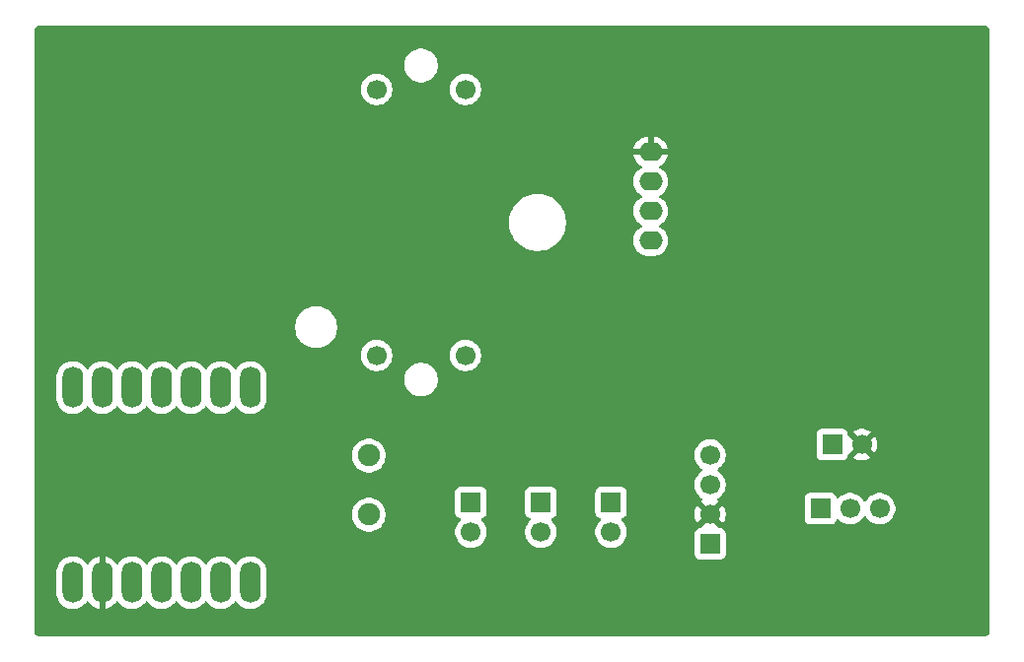
<source format=gbr>
%TF.GenerationSoftware,KiCad,Pcbnew,9.0.7*%
%TF.CreationDate,2026-02-02T22:52:16-08:00*%
%TF.ProjectId,TECHIN514 System Architecture Graph Lewis Liu,54454348-494e-4353-9134-205379737465,rev?*%
%TF.SameCoordinates,Original*%
%TF.FileFunction,Copper,L2,Bot*%
%TF.FilePolarity,Positive*%
%FSLAX46Y46*%
G04 Gerber Fmt 4.6, Leading zero omitted, Abs format (unit mm)*
G04 Created by KiCad (PCBNEW 9.0.7) date 2026-02-02 22:52:16*
%MOMM*%
%LPD*%
G01*
G04 APERTURE LIST*
%TA.AperFunction,ComponentPad*%
%ADD10O,2.000000X1.600000*%
%TD*%
%TA.AperFunction,ComponentPad*%
%ADD11C,1.700000*%
%TD*%
%TA.AperFunction,ComponentPad*%
%ADD12R,1.700000X1.700000*%
%TD*%
%TA.AperFunction,ComponentPad*%
%ADD13O,1.778000X3.556000*%
%TD*%
%TA.AperFunction,ComponentPad*%
%ADD14C,1.905000*%
%TD*%
G04 APERTURE END LIST*
D10*
%TO.P,Brd1,1,GND*%
%TO.N,GND*%
X133400000Y-62880000D03*
%TO.P,Brd1,2,VCC*%
%TO.N,+3.3V*%
X133400000Y-65420000D03*
%TO.P,Brd1,3,SCL*%
%TO.N,Net-(Brd1-SCL)*%
X133400000Y-67960000D03*
%TO.P,Brd1,4,SDA*%
%TO.N,Net-(Brd1-SDA)*%
X133400000Y-70500000D03*
%TD*%
D11*
%TO.P,M1,1*%
%TO.N,Net-(U4-GPIO2_A1_D1)*%
X117500000Y-57500000D03*
%TO.P,M1,2,-*%
%TO.N,Net-(M1--)*%
X109880000Y-57500000D03*
%TO.P,M1,3*%
%TO.N,Net-(U4-GPIO3_A2_D2)*%
X109880000Y-80360000D03*
%TO.P,M1,4*%
%TO.N,Net-(U4-GPIO4_A3_D3)*%
X117500000Y-80360000D03*
%TD*%
D12*
%TO.P,BT1,1,+*%
%TO.N,/BAT*%
X148975000Y-88025000D03*
D11*
%TO.P,BT1,2,-*%
%TO.N,GND*%
X151515000Y-88025000D03*
%TD*%
D12*
%TO.P,SW2,1,1*%
%TO.N,Net-(U4-GPIO7_A8_D8_SCK)*%
X123975000Y-93000000D03*
D11*
%TO.P,SW2,2,2*%
%TO.N,+3.3V*%
X123975000Y-95540000D03*
%TD*%
D12*
%TO.P,SW1,1,1*%
%TO.N,Net-(U4-GPIO9_A10_D10_COPI)*%
X130000000Y-93000000D03*
D11*
%TO.P,SW1,2,2*%
%TO.N,+3.3V*%
X130000000Y-95540000D03*
%TD*%
D12*
%TO.P,SW3,1,1*%
%TO.N,Net-(U4-GPIO8_A9_D9_CIPO)*%
X117975000Y-93000000D03*
D11*
%TO.P,SW3,2,2*%
%TO.N,+3.3V*%
X117975000Y-95540000D03*
%TD*%
D13*
%TO.P,U4,1,GPIO1_A0_D0*%
%TO.N,Net-(M1--)*%
X83800000Y-83118000D03*
%TO.P,U4,2,GPIO2_A1_D1*%
%TO.N,Net-(U4-GPIO2_A1_D1)*%
X86340000Y-83118000D03*
%TO.P,U4,3,GPIO3_A2_D2*%
%TO.N,Net-(U4-GPIO3_A2_D2)*%
X88880000Y-83118000D03*
%TO.P,U4,4,GPIO4_A3_D3*%
%TO.N,Net-(U4-GPIO4_A3_D3)*%
X91420000Y-83118000D03*
%TO.P,U4,5,GPIO4_A3_D3_SDA*%
%TO.N,Net-(Brd1-SDA)*%
X93960000Y-83118000D03*
%TO.P,U4,6,GPIO6_A5_D5_SCL*%
%TO.N,Net-(Brd1-SCL)*%
X96500000Y-83118000D03*
%TO.P,U4,7,GPIO43_TX_D6*%
%TO.N,Net-(D1-DIN)*%
X99040000Y-83118000D03*
%TO.P,U4,8,GPIO44_D7_RX*%
%TO.N,unconnected-(U4-GPIO44_D7_RX-Pad8)*%
X99040000Y-99882000D03*
%TO.P,U4,9,GPIO7_A8_D8_SCK*%
%TO.N,Net-(U4-GPIO7_A8_D8_SCK)*%
X96500000Y-99882000D03*
%TO.P,U4,10,GPIO8_A9_D9_CIPO*%
%TO.N,Net-(U4-GPIO8_A9_D9_CIPO)*%
X93960000Y-99882000D03*
%TO.P,U4,11,GPIO9_A10_D10_COPI*%
%TO.N,Net-(U4-GPIO9_A10_D10_COPI)*%
X91420000Y-99882000D03*
%TO.P,U4,12,3V3*%
%TO.N,+3.3V*%
X88880000Y-99882000D03*
%TO.P,U4,13,GND*%
%TO.N,GND*%
X86340000Y-99882000D03*
%TO.P,U4,14,5V*%
%TO.N,/VCC*%
X83800000Y-99882000D03*
D14*
%TO.P,U4,15,+BATT*%
%TO.N,unconnected-(U4-+BATT-Pad15)*%
X109200000Y-88960000D03*
%TO.P,U4,16,-BATT*%
%TO.N,unconnected-(U4--BATT-Pad16)*%
X109200000Y-94040000D03*
%TD*%
D12*
%TO.P,SW4,1,A*%
%TO.N,unconnected-(SW4-A-Pad1)*%
X147975000Y-93525000D03*
D11*
%TO.P,SW4,2,B*%
%TO.N,/BAT*%
X150515000Y-93525000D03*
%TO.P,SW4,3,C*%
%TO.N,/VCC*%
X153055000Y-93525000D03*
%TD*%
D12*
%TO.P,D1,1,DOUT*%
%TO.N,unconnected-(D1-DOUT-Pad1)*%
X138500000Y-96540000D03*
D11*
%TO.P,D1,2,GND*%
%TO.N,GND*%
X138500000Y-94000000D03*
%TO.P,D1,3,VDD*%
%TO.N,+3.3V*%
X138500000Y-91460000D03*
%TO.P,D1,4,DIN*%
%TO.N,Net-(D1-DIN)*%
X138500000Y-88920000D03*
%TD*%
%TA.AperFunction,Conductor*%
%TO.N,GND*%
G36*
X162006922Y-52001280D02*
G01*
X162097266Y-52011459D01*
X162124331Y-52017636D01*
X162203540Y-52045352D01*
X162228553Y-52057398D01*
X162299606Y-52102043D01*
X162321313Y-52119355D01*
X162380644Y-52178686D01*
X162397957Y-52200395D01*
X162442600Y-52271444D01*
X162454648Y-52296462D01*
X162482362Y-52375666D01*
X162488540Y-52402735D01*
X162498720Y-52493076D01*
X162499500Y-52506961D01*
X162499500Y-103993038D01*
X162498720Y-104006922D01*
X162498720Y-104006923D01*
X162488540Y-104097264D01*
X162482362Y-104124333D01*
X162454648Y-104203537D01*
X162442600Y-104228555D01*
X162397957Y-104299604D01*
X162380644Y-104321313D01*
X162321313Y-104380644D01*
X162299604Y-104397957D01*
X162228555Y-104442600D01*
X162203537Y-104454648D01*
X162124333Y-104482362D01*
X162097264Y-104488540D01*
X162017075Y-104497576D01*
X162006921Y-104498720D01*
X161993038Y-104499500D01*
X81006962Y-104499500D01*
X80993078Y-104498720D01*
X80980553Y-104497308D01*
X80902735Y-104488540D01*
X80875666Y-104482362D01*
X80796462Y-104454648D01*
X80771444Y-104442600D01*
X80700395Y-104397957D01*
X80678686Y-104380644D01*
X80619355Y-104321313D01*
X80602042Y-104299604D01*
X80557399Y-104228555D01*
X80545351Y-104203537D01*
X80517637Y-104124333D01*
X80511459Y-104097263D01*
X80501280Y-104006922D01*
X80500500Y-103993038D01*
X80500500Y-98883638D01*
X82410500Y-98883638D01*
X82410500Y-100880361D01*
X82444714Y-101096376D01*
X82512297Y-101304380D01*
X82512298Y-101304383D01*
X82579782Y-101436825D01*
X82599722Y-101475960D01*
X82611595Y-101499260D01*
X82740142Y-101676193D01*
X82894806Y-101830857D01*
X83060374Y-101951147D01*
X83071743Y-101959407D01*
X83199132Y-102024315D01*
X83266616Y-102058701D01*
X83266619Y-102058702D01*
X83370621Y-102092493D01*
X83474625Y-102126286D01*
X83574672Y-102142132D01*
X83690639Y-102160500D01*
X83690644Y-102160500D01*
X83909361Y-102160500D01*
X84014082Y-102143912D01*
X84125375Y-102126286D01*
X84333383Y-102058701D01*
X84528257Y-101959407D01*
X84627601Y-101887229D01*
X84705193Y-101830857D01*
X84705195Y-101830854D01*
X84705199Y-101830852D01*
X84859852Y-101676199D01*
X84969991Y-101524603D01*
X85025320Y-101481939D01*
X85094933Y-101475960D01*
X85156729Y-101508565D01*
X85170627Y-101524605D01*
X85280524Y-101675866D01*
X85280528Y-101675871D01*
X85435128Y-101830471D01*
X85435133Y-101830475D01*
X85612001Y-101958976D01*
X85806808Y-102058237D01*
X85806811Y-102058238D01*
X86014739Y-102125797D01*
X86089999Y-102137717D01*
X86090000Y-102137717D01*
X86090000Y-99562251D01*
X86143919Y-99593381D01*
X86273120Y-99628000D01*
X86406880Y-99628000D01*
X86536081Y-99593381D01*
X86590000Y-99562251D01*
X86590000Y-102137717D01*
X86665258Y-102125797D01*
X86665261Y-102125797D01*
X86873188Y-102058238D01*
X86873191Y-102058237D01*
X87067998Y-101958976D01*
X87244866Y-101830475D01*
X87244871Y-101830471D01*
X87399469Y-101675873D01*
X87509371Y-101524605D01*
X87564701Y-101481939D01*
X87634314Y-101475960D01*
X87696110Y-101508565D01*
X87710008Y-101524605D01*
X87820142Y-101676192D01*
X87820146Y-101676197D01*
X87974806Y-101830857D01*
X88140374Y-101951147D01*
X88151743Y-101959407D01*
X88279132Y-102024315D01*
X88346616Y-102058701D01*
X88346619Y-102058702D01*
X88450621Y-102092493D01*
X88554625Y-102126286D01*
X88654672Y-102142132D01*
X88770639Y-102160500D01*
X88770644Y-102160500D01*
X88989361Y-102160500D01*
X89094082Y-102143912D01*
X89205375Y-102126286D01*
X89413383Y-102058701D01*
X89608257Y-101959407D01*
X89707601Y-101887229D01*
X89785193Y-101830857D01*
X89785195Y-101830854D01*
X89785199Y-101830852D01*
X89939852Y-101676199D01*
X90049683Y-101525028D01*
X90105011Y-101482364D01*
X90174624Y-101476385D01*
X90236420Y-101508990D01*
X90250313Y-101525023D01*
X90359906Y-101675866D01*
X90360148Y-101676199D01*
X90514806Y-101830857D01*
X90680374Y-101951147D01*
X90691743Y-101959407D01*
X90819132Y-102024315D01*
X90886616Y-102058701D01*
X90886619Y-102058702D01*
X90990621Y-102092493D01*
X91094625Y-102126286D01*
X91194672Y-102142132D01*
X91310639Y-102160500D01*
X91310644Y-102160500D01*
X91529361Y-102160500D01*
X91634082Y-102143912D01*
X91745375Y-102126286D01*
X91953383Y-102058701D01*
X92148257Y-101959407D01*
X92247601Y-101887229D01*
X92325193Y-101830857D01*
X92325195Y-101830854D01*
X92325199Y-101830852D01*
X92479852Y-101676199D01*
X92589683Y-101525028D01*
X92645011Y-101482364D01*
X92714624Y-101476385D01*
X92776420Y-101508990D01*
X92790313Y-101525023D01*
X92899906Y-101675866D01*
X92900148Y-101676199D01*
X93054806Y-101830857D01*
X93220374Y-101951147D01*
X93231743Y-101959407D01*
X93359132Y-102024315D01*
X93426616Y-102058701D01*
X93426619Y-102058702D01*
X93530621Y-102092493D01*
X93634625Y-102126286D01*
X93734672Y-102142132D01*
X93850639Y-102160500D01*
X93850644Y-102160500D01*
X94069361Y-102160500D01*
X94174082Y-102143912D01*
X94285375Y-102126286D01*
X94493383Y-102058701D01*
X94688257Y-101959407D01*
X94787601Y-101887229D01*
X94865193Y-101830857D01*
X94865195Y-101830854D01*
X94865199Y-101830852D01*
X95019852Y-101676199D01*
X95129683Y-101525028D01*
X95185011Y-101482364D01*
X95254624Y-101476385D01*
X95316420Y-101508990D01*
X95330313Y-101525023D01*
X95439906Y-101675866D01*
X95440148Y-101676199D01*
X95594806Y-101830857D01*
X95760374Y-101951147D01*
X95771743Y-101959407D01*
X95899132Y-102024315D01*
X95966616Y-102058701D01*
X95966619Y-102058702D01*
X96070621Y-102092493D01*
X96174625Y-102126286D01*
X96274672Y-102142132D01*
X96390639Y-102160500D01*
X96390644Y-102160500D01*
X96609361Y-102160500D01*
X96714082Y-102143912D01*
X96825375Y-102126286D01*
X97033383Y-102058701D01*
X97228257Y-101959407D01*
X97327601Y-101887229D01*
X97405193Y-101830857D01*
X97405195Y-101830854D01*
X97405199Y-101830852D01*
X97559852Y-101676199D01*
X97669683Y-101525028D01*
X97725011Y-101482364D01*
X97794624Y-101476385D01*
X97856420Y-101508990D01*
X97870313Y-101525023D01*
X97979906Y-101675866D01*
X97980148Y-101676199D01*
X98134806Y-101830857D01*
X98300374Y-101951147D01*
X98311743Y-101959407D01*
X98439132Y-102024315D01*
X98506616Y-102058701D01*
X98506619Y-102058702D01*
X98610621Y-102092493D01*
X98714625Y-102126286D01*
X98814672Y-102142132D01*
X98930639Y-102160500D01*
X98930644Y-102160500D01*
X99149361Y-102160500D01*
X99254082Y-102143912D01*
X99365375Y-102126286D01*
X99573383Y-102058701D01*
X99768257Y-101959407D01*
X99867601Y-101887229D01*
X99945193Y-101830857D01*
X99945195Y-101830854D01*
X99945199Y-101830852D01*
X100099852Y-101676199D01*
X100099854Y-101676195D01*
X100099857Y-101676193D01*
X100156229Y-101598601D01*
X100228407Y-101499257D01*
X100327701Y-101304383D01*
X100395286Y-101096375D01*
X100412912Y-100985082D01*
X100429500Y-100880361D01*
X100429500Y-98883638D01*
X100409595Y-98757971D01*
X100395286Y-98667625D01*
X100327701Y-98459617D01*
X100327701Y-98459616D01*
X100293315Y-98392132D01*
X100228407Y-98264743D01*
X100209681Y-98238969D01*
X100099857Y-98087806D01*
X99945193Y-97933142D01*
X99768260Y-97804595D01*
X99768259Y-97804594D01*
X99768257Y-97804593D01*
X99656299Y-97747547D01*
X99573383Y-97705298D01*
X99573380Y-97705297D01*
X99365376Y-97637714D01*
X99149361Y-97603500D01*
X99149356Y-97603500D01*
X98930644Y-97603500D01*
X98930639Y-97603500D01*
X98714623Y-97637714D01*
X98506619Y-97705297D01*
X98506616Y-97705298D01*
X98311739Y-97804595D01*
X98134806Y-97933142D01*
X97980142Y-98087806D01*
X97870318Y-98238969D01*
X97814989Y-98281635D01*
X97745375Y-98287614D01*
X97683580Y-98255009D01*
X97669682Y-98238969D01*
X97559857Y-98087806D01*
X97405193Y-97933142D01*
X97228260Y-97804595D01*
X97228259Y-97804594D01*
X97228257Y-97804593D01*
X97116299Y-97747547D01*
X97033383Y-97705298D01*
X97033380Y-97705297D01*
X96825376Y-97637714D01*
X96609361Y-97603500D01*
X96609356Y-97603500D01*
X96390644Y-97603500D01*
X96390639Y-97603500D01*
X96174623Y-97637714D01*
X95966619Y-97705297D01*
X95966616Y-97705298D01*
X95771739Y-97804595D01*
X95594806Y-97933142D01*
X95440142Y-98087806D01*
X95330318Y-98238969D01*
X95274989Y-98281635D01*
X95205375Y-98287614D01*
X95143580Y-98255009D01*
X95129682Y-98238969D01*
X95019857Y-98087806D01*
X94865193Y-97933142D01*
X94688260Y-97804595D01*
X94688259Y-97804594D01*
X94688257Y-97804593D01*
X94576299Y-97747547D01*
X94493383Y-97705298D01*
X94493380Y-97705297D01*
X94285376Y-97637714D01*
X94069361Y-97603500D01*
X94069356Y-97603500D01*
X93850644Y-97603500D01*
X93850639Y-97603500D01*
X93634623Y-97637714D01*
X93426619Y-97705297D01*
X93426616Y-97705298D01*
X93231739Y-97804595D01*
X93054806Y-97933142D01*
X92900142Y-98087806D01*
X92790318Y-98238969D01*
X92734989Y-98281635D01*
X92665375Y-98287614D01*
X92603580Y-98255009D01*
X92589682Y-98238969D01*
X92479857Y-98087806D01*
X92325193Y-97933142D01*
X92148260Y-97804595D01*
X92148259Y-97804594D01*
X92148257Y-97804593D01*
X92036299Y-97747547D01*
X91953383Y-97705298D01*
X91953380Y-97705297D01*
X91745376Y-97637714D01*
X91529361Y-97603500D01*
X91529356Y-97603500D01*
X91310644Y-97603500D01*
X91310639Y-97603500D01*
X91094623Y-97637714D01*
X90886619Y-97705297D01*
X90886616Y-97705298D01*
X90691739Y-97804595D01*
X90514806Y-97933142D01*
X90360142Y-98087806D01*
X90250318Y-98238969D01*
X90194989Y-98281635D01*
X90125375Y-98287614D01*
X90063580Y-98255009D01*
X90049682Y-98238969D01*
X89939857Y-98087806D01*
X89785193Y-97933142D01*
X89608260Y-97804595D01*
X89608259Y-97804594D01*
X89608257Y-97804593D01*
X89496299Y-97747547D01*
X89413383Y-97705298D01*
X89413380Y-97705297D01*
X89205376Y-97637714D01*
X88989361Y-97603500D01*
X88989356Y-97603500D01*
X88770644Y-97603500D01*
X88770639Y-97603500D01*
X88554623Y-97637714D01*
X88346619Y-97705297D01*
X88346616Y-97705298D01*
X88151739Y-97804595D01*
X87974806Y-97933142D01*
X87820146Y-98087802D01*
X87820142Y-98087807D01*
X87710008Y-98239394D01*
X87654678Y-98282060D01*
X87585065Y-98288039D01*
X87523270Y-98255433D01*
X87509372Y-98239394D01*
X87399475Y-98088133D01*
X87399471Y-98088128D01*
X87244871Y-97933528D01*
X87244866Y-97933524D01*
X87067998Y-97805023D01*
X86873191Y-97705762D01*
X86873188Y-97705761D01*
X86665258Y-97638201D01*
X86590000Y-97626281D01*
X86590000Y-98677748D01*
X86536081Y-98646619D01*
X86406880Y-98612000D01*
X86273120Y-98612000D01*
X86143919Y-98646619D01*
X86090000Y-98677748D01*
X86090000Y-97626281D01*
X86014741Y-97638201D01*
X85806811Y-97705761D01*
X85806808Y-97705762D01*
X85612001Y-97805023D01*
X85435133Y-97933524D01*
X85435128Y-97933528D01*
X85280528Y-98088128D01*
X85280524Y-98088133D01*
X85170627Y-98239394D01*
X85115297Y-98282060D01*
X85045684Y-98288039D01*
X84983889Y-98255433D01*
X84969991Y-98239394D01*
X84859857Y-98087807D01*
X84859853Y-98087802D01*
X84705193Y-97933142D01*
X84528260Y-97804595D01*
X84528259Y-97804594D01*
X84528257Y-97804593D01*
X84416299Y-97747547D01*
X84333383Y-97705298D01*
X84333380Y-97705297D01*
X84125376Y-97637714D01*
X83909361Y-97603500D01*
X83909356Y-97603500D01*
X83690644Y-97603500D01*
X83690639Y-97603500D01*
X83474623Y-97637714D01*
X83266619Y-97705297D01*
X83266616Y-97705298D01*
X83071739Y-97804595D01*
X82894806Y-97933142D01*
X82740142Y-98087806D01*
X82611595Y-98264739D01*
X82512298Y-98459616D01*
X82512297Y-98459619D01*
X82444714Y-98667623D01*
X82410500Y-98883638D01*
X80500500Y-98883638D01*
X80500500Y-93925646D01*
X107747000Y-93925646D01*
X107747000Y-94154354D01*
X107753120Y-94192993D01*
X107782778Y-94380246D01*
X107782778Y-94380249D01*
X107853450Y-94597755D01*
X107957283Y-94801538D01*
X108091714Y-94986566D01*
X108253434Y-95148286D01*
X108438462Y-95282717D01*
X108642242Y-95386548D01*
X108642244Y-95386549D01*
X108859751Y-95457221D01*
X108859752Y-95457221D01*
X108859755Y-95457222D01*
X109085646Y-95493000D01*
X109085647Y-95493000D01*
X109314353Y-95493000D01*
X109314354Y-95493000D01*
X109540245Y-95457222D01*
X109540248Y-95457221D01*
X109540249Y-95457221D01*
X109757755Y-95386549D01*
X109757755Y-95386548D01*
X109757758Y-95386548D01*
X109961538Y-95282717D01*
X110146566Y-95148286D01*
X110308286Y-94986566D01*
X110442717Y-94801538D01*
X110546548Y-94597758D01*
X110546549Y-94597755D01*
X110617221Y-94380249D01*
X110617221Y-94380248D01*
X110617222Y-94380245D01*
X110653000Y-94154354D01*
X110653000Y-93925646D01*
X110617222Y-93699755D01*
X110617221Y-93699751D01*
X110617221Y-93699750D01*
X110546549Y-93482244D01*
X110514178Y-93418713D01*
X110442717Y-93278462D01*
X110308286Y-93093434D01*
X110146566Y-92931714D01*
X109961538Y-92797283D01*
X109922213Y-92777246D01*
X109757755Y-92693450D01*
X109540248Y-92622778D01*
X109365236Y-92595059D01*
X109314354Y-92587000D01*
X109085646Y-92587000D01*
X109034764Y-92595059D01*
X108859753Y-92622778D01*
X108859750Y-92622778D01*
X108642244Y-92693450D01*
X108438461Y-92797283D01*
X108372262Y-92845380D01*
X108253434Y-92931714D01*
X108253432Y-92931716D01*
X108253431Y-92931716D01*
X108091716Y-93093431D01*
X108091716Y-93093432D01*
X108091714Y-93093434D01*
X108033980Y-93172896D01*
X107957283Y-93278461D01*
X107853450Y-93482244D01*
X107782778Y-93699750D01*
X107782778Y-93699753D01*
X107782778Y-93699755D01*
X107747000Y-93925646D01*
X80500500Y-93925646D01*
X80500500Y-92102135D01*
X116624500Y-92102135D01*
X116624500Y-93897870D01*
X116624501Y-93897876D01*
X116630908Y-93957483D01*
X116681202Y-94092328D01*
X116681206Y-94092335D01*
X116767452Y-94207544D01*
X116767455Y-94207547D01*
X116882664Y-94293793D01*
X116882671Y-94293797D01*
X117014082Y-94342810D01*
X117070016Y-94384681D01*
X117094433Y-94450145D01*
X117079582Y-94518418D01*
X117058431Y-94546673D01*
X116944889Y-94660215D01*
X116819951Y-94832179D01*
X116723444Y-95021585D01*
X116657753Y-95223760D01*
X116624500Y-95433713D01*
X116624500Y-95646286D01*
X116657753Y-95856239D01*
X116723444Y-96058414D01*
X116819951Y-96247820D01*
X116944890Y-96419786D01*
X117095213Y-96570109D01*
X117267179Y-96695048D01*
X117267181Y-96695049D01*
X117267184Y-96695051D01*
X117456588Y-96791557D01*
X117658757Y-96857246D01*
X117868713Y-96890500D01*
X117868714Y-96890500D01*
X118081286Y-96890500D01*
X118081287Y-96890500D01*
X118291243Y-96857246D01*
X118493412Y-96791557D01*
X118682816Y-96695051D01*
X118704789Y-96679086D01*
X118854786Y-96570109D01*
X118854788Y-96570106D01*
X118854792Y-96570104D01*
X119005104Y-96419792D01*
X119005106Y-96419788D01*
X119005109Y-96419786D01*
X119130048Y-96247820D01*
X119130047Y-96247820D01*
X119130051Y-96247816D01*
X119226557Y-96058412D01*
X119292246Y-95856243D01*
X119325500Y-95646287D01*
X119325500Y-95433713D01*
X119292246Y-95223757D01*
X119226557Y-95021588D01*
X119130051Y-94832184D01*
X119130049Y-94832181D01*
X119130048Y-94832179D01*
X119005109Y-94660213D01*
X118891569Y-94546673D01*
X118858084Y-94485350D01*
X118863068Y-94415658D01*
X118904940Y-94359725D01*
X118935915Y-94342810D01*
X119067331Y-94293796D01*
X119182546Y-94207546D01*
X119268796Y-94092331D01*
X119319091Y-93957483D01*
X119325500Y-93897873D01*
X119325499Y-92102135D01*
X122624500Y-92102135D01*
X122624500Y-93897870D01*
X122624501Y-93897876D01*
X122630908Y-93957483D01*
X122681202Y-94092328D01*
X122681206Y-94092335D01*
X122767452Y-94207544D01*
X122767455Y-94207547D01*
X122882664Y-94293793D01*
X122882671Y-94293797D01*
X123014082Y-94342810D01*
X123070016Y-94384681D01*
X123094433Y-94450145D01*
X123079582Y-94518418D01*
X123058431Y-94546673D01*
X122944889Y-94660215D01*
X122819951Y-94832179D01*
X122723444Y-95021585D01*
X122657753Y-95223760D01*
X122624500Y-95433713D01*
X122624500Y-95646286D01*
X122657753Y-95856239D01*
X122723444Y-96058414D01*
X122819951Y-96247820D01*
X122944890Y-96419786D01*
X123095213Y-96570109D01*
X123267179Y-96695048D01*
X123267181Y-96695049D01*
X123267184Y-96695051D01*
X123456588Y-96791557D01*
X123658757Y-96857246D01*
X123868713Y-96890500D01*
X123868714Y-96890500D01*
X124081286Y-96890500D01*
X124081287Y-96890500D01*
X124291243Y-96857246D01*
X124493412Y-96791557D01*
X124682816Y-96695051D01*
X124704789Y-96679086D01*
X124854786Y-96570109D01*
X124854788Y-96570106D01*
X124854792Y-96570104D01*
X125005104Y-96419792D01*
X125005106Y-96419788D01*
X125005109Y-96419786D01*
X125130048Y-96247820D01*
X125130047Y-96247820D01*
X125130051Y-96247816D01*
X125226557Y-96058412D01*
X125292246Y-95856243D01*
X125325500Y-95646287D01*
X125325500Y-95433713D01*
X125292246Y-95223757D01*
X125226557Y-95021588D01*
X125130051Y-94832184D01*
X125130049Y-94832181D01*
X125130048Y-94832179D01*
X125005109Y-94660213D01*
X124891569Y-94546673D01*
X124858084Y-94485350D01*
X124863068Y-94415658D01*
X124904940Y-94359725D01*
X124935915Y-94342810D01*
X125067331Y-94293796D01*
X125182546Y-94207546D01*
X125268796Y-94092331D01*
X125319091Y-93957483D01*
X125325500Y-93897873D01*
X125325499Y-92102135D01*
X128649500Y-92102135D01*
X128649500Y-93897870D01*
X128649501Y-93897876D01*
X128655908Y-93957483D01*
X128706202Y-94092328D01*
X128706206Y-94092335D01*
X128792452Y-94207544D01*
X128792455Y-94207547D01*
X128907664Y-94293793D01*
X128907671Y-94293797D01*
X129039082Y-94342810D01*
X129095016Y-94384681D01*
X129119433Y-94450145D01*
X129104582Y-94518418D01*
X129083431Y-94546673D01*
X128969889Y-94660215D01*
X128844951Y-94832179D01*
X128748444Y-95021585D01*
X128682753Y-95223760D01*
X128649500Y-95433713D01*
X128649500Y-95646286D01*
X128682753Y-95856239D01*
X128748444Y-96058414D01*
X128844951Y-96247820D01*
X128969890Y-96419786D01*
X129120213Y-96570109D01*
X129292179Y-96695048D01*
X129292181Y-96695049D01*
X129292184Y-96695051D01*
X129481588Y-96791557D01*
X129683757Y-96857246D01*
X129893713Y-96890500D01*
X129893714Y-96890500D01*
X130106286Y-96890500D01*
X130106287Y-96890500D01*
X130316243Y-96857246D01*
X130518412Y-96791557D01*
X130707816Y-96695051D01*
X130729789Y-96679086D01*
X130879786Y-96570109D01*
X130879788Y-96570106D01*
X130879792Y-96570104D01*
X131030104Y-96419792D01*
X131030106Y-96419788D01*
X131030109Y-96419786D01*
X131155048Y-96247820D01*
X131155047Y-96247820D01*
X131155051Y-96247816D01*
X131251557Y-96058412D01*
X131317246Y-95856243D01*
X131350500Y-95646287D01*
X131350500Y-95433713D01*
X131317246Y-95223757D01*
X131251557Y-95021588D01*
X131155051Y-94832184D01*
X131155049Y-94832181D01*
X131155048Y-94832179D01*
X131030109Y-94660213D01*
X130916569Y-94546673D01*
X130883084Y-94485350D01*
X130888068Y-94415658D01*
X130929940Y-94359725D01*
X130960915Y-94342810D01*
X131092331Y-94293796D01*
X131207546Y-94207546D01*
X131293796Y-94092331D01*
X131344091Y-93957483D01*
X131350500Y-93897873D01*
X131350499Y-92102128D01*
X131344091Y-92042517D01*
X131320181Y-91978412D01*
X131293797Y-91907671D01*
X131293793Y-91907664D01*
X131207547Y-91792455D01*
X131207544Y-91792452D01*
X131092335Y-91706206D01*
X131092328Y-91706202D01*
X130957482Y-91655908D01*
X130957483Y-91655908D01*
X130897883Y-91649501D01*
X130897881Y-91649500D01*
X130897873Y-91649500D01*
X130897864Y-91649500D01*
X129102129Y-91649500D01*
X129102123Y-91649501D01*
X129042516Y-91655908D01*
X128907671Y-91706202D01*
X128907664Y-91706206D01*
X128792455Y-91792452D01*
X128792452Y-91792455D01*
X128706206Y-91907664D01*
X128706202Y-91907671D01*
X128655908Y-92042517D01*
X128649501Y-92102116D01*
X128649501Y-92102123D01*
X128649500Y-92102135D01*
X125325499Y-92102135D01*
X125325499Y-92102128D01*
X125319091Y-92042517D01*
X125295181Y-91978412D01*
X125268797Y-91907671D01*
X125268793Y-91907664D01*
X125182547Y-91792455D01*
X125182544Y-91792452D01*
X125067335Y-91706206D01*
X125067328Y-91706202D01*
X124932482Y-91655908D01*
X124932483Y-91655908D01*
X124872883Y-91649501D01*
X124872881Y-91649500D01*
X124872873Y-91649500D01*
X124872864Y-91649500D01*
X123077129Y-91649500D01*
X123077123Y-91649501D01*
X123017516Y-91655908D01*
X122882671Y-91706202D01*
X122882664Y-91706206D01*
X122767455Y-91792452D01*
X122767452Y-91792455D01*
X122681206Y-91907664D01*
X122681202Y-91907671D01*
X122630908Y-92042517D01*
X122624501Y-92102116D01*
X122624501Y-92102123D01*
X122624500Y-92102135D01*
X119325499Y-92102135D01*
X119325499Y-92102128D01*
X119319091Y-92042517D01*
X119295181Y-91978412D01*
X119268797Y-91907671D01*
X119268793Y-91907664D01*
X119182547Y-91792455D01*
X119182544Y-91792452D01*
X119067335Y-91706206D01*
X119067328Y-91706202D01*
X118932482Y-91655908D01*
X118932483Y-91655908D01*
X118872883Y-91649501D01*
X118872881Y-91649500D01*
X118872873Y-91649500D01*
X118872864Y-91649500D01*
X117077129Y-91649500D01*
X117077123Y-91649501D01*
X117017516Y-91655908D01*
X116882671Y-91706202D01*
X116882664Y-91706206D01*
X116767455Y-91792452D01*
X116767452Y-91792455D01*
X116681206Y-91907664D01*
X116681202Y-91907671D01*
X116630908Y-92042517D01*
X116624501Y-92102116D01*
X116624501Y-92102123D01*
X116624500Y-92102135D01*
X80500500Y-92102135D01*
X80500500Y-88845646D01*
X107747000Y-88845646D01*
X107747000Y-89074354D01*
X107753807Y-89117331D01*
X107782778Y-89300246D01*
X107782778Y-89300249D01*
X107853450Y-89517755D01*
X107853452Y-89517758D01*
X107957283Y-89721538D01*
X108091714Y-89906566D01*
X108253434Y-90068286D01*
X108438462Y-90202717D01*
X108630341Y-90300484D01*
X108642244Y-90306549D01*
X108859751Y-90377221D01*
X108859752Y-90377221D01*
X108859755Y-90377222D01*
X109085646Y-90413000D01*
X109085647Y-90413000D01*
X109314353Y-90413000D01*
X109314354Y-90413000D01*
X109540245Y-90377222D01*
X109540248Y-90377221D01*
X109540249Y-90377221D01*
X109757755Y-90306549D01*
X109757755Y-90306548D01*
X109757758Y-90306548D01*
X109961538Y-90202717D01*
X110146566Y-90068286D01*
X110308286Y-89906566D01*
X110442717Y-89721538D01*
X110546548Y-89517758D01*
X110611194Y-89318797D01*
X110617221Y-89300249D01*
X110617221Y-89300248D01*
X110617222Y-89300245D01*
X110653000Y-89074354D01*
X110653000Y-88845646D01*
X110649673Y-88824643D01*
X110647942Y-88813713D01*
X137149500Y-88813713D01*
X137149500Y-89026286D01*
X137182168Y-89232547D01*
X137182754Y-89236243D01*
X137228001Y-89375499D01*
X137248444Y-89438414D01*
X137344951Y-89627820D01*
X137469890Y-89799786D01*
X137620213Y-89950109D01*
X137792182Y-90075050D01*
X137800946Y-90079516D01*
X137851742Y-90127491D01*
X137868536Y-90195312D01*
X137845998Y-90261447D01*
X137800946Y-90300484D01*
X137792182Y-90304949D01*
X137620213Y-90429890D01*
X137469890Y-90580213D01*
X137344951Y-90752179D01*
X137248444Y-90941585D01*
X137182753Y-91143760D01*
X137149500Y-91353713D01*
X137149500Y-91566286D01*
X137171660Y-91706202D01*
X137182754Y-91776243D01*
X137225455Y-91907664D01*
X137248444Y-91978414D01*
X137344951Y-92167820D01*
X137469890Y-92339786D01*
X137620213Y-92490109D01*
X137792179Y-92615048D01*
X137792181Y-92615049D01*
X137792184Y-92615051D01*
X137801493Y-92619794D01*
X137852290Y-92667766D01*
X137869087Y-92735587D01*
X137846552Y-92801722D01*
X137801505Y-92840760D01*
X137792446Y-92845376D01*
X137792440Y-92845380D01*
X137738282Y-92884727D01*
X137738282Y-92884728D01*
X138370591Y-93517037D01*
X138307007Y-93534075D01*
X138192993Y-93599901D01*
X138099901Y-93692993D01*
X138034075Y-93807007D01*
X138017037Y-93870591D01*
X137384728Y-93238282D01*
X137384727Y-93238282D01*
X137345380Y-93292439D01*
X137248904Y-93481782D01*
X137183242Y-93683869D01*
X137183242Y-93683872D01*
X137150000Y-93893753D01*
X137150000Y-94106246D01*
X137183242Y-94316127D01*
X137183242Y-94316130D01*
X137248904Y-94518217D01*
X137345375Y-94707550D01*
X137384728Y-94761716D01*
X138017037Y-94129408D01*
X138034075Y-94192993D01*
X138099901Y-94307007D01*
X138192993Y-94400099D01*
X138307007Y-94465925D01*
X138370590Y-94482962D01*
X137700370Y-95153181D01*
X137639047Y-95186666D01*
X137612698Y-95189500D01*
X137602134Y-95189500D01*
X137602123Y-95189501D01*
X137542516Y-95195908D01*
X137407671Y-95246202D01*
X137407664Y-95246206D01*
X137292455Y-95332452D01*
X137292452Y-95332455D01*
X137206206Y-95447664D01*
X137206202Y-95447671D01*
X137155908Y-95582517D01*
X137149501Y-95642116D01*
X137149501Y-95642123D01*
X137149500Y-95642135D01*
X137149500Y-97437870D01*
X137149501Y-97437876D01*
X137155908Y-97497483D01*
X137206202Y-97632328D01*
X137206206Y-97632335D01*
X137292452Y-97747544D01*
X137292455Y-97747547D01*
X137407664Y-97833793D01*
X137407671Y-97833797D01*
X137542517Y-97884091D01*
X137542516Y-97884091D01*
X137549444Y-97884835D01*
X137602127Y-97890500D01*
X139397872Y-97890499D01*
X139457483Y-97884091D01*
X139592331Y-97833796D01*
X139707546Y-97747546D01*
X139793796Y-97632331D01*
X139844091Y-97497483D01*
X139850500Y-97437873D01*
X139850499Y-95642128D01*
X139844091Y-95582517D01*
X139810703Y-95493000D01*
X139793797Y-95447671D01*
X139793793Y-95447664D01*
X139707547Y-95332455D01*
X139707544Y-95332452D01*
X139592335Y-95246206D01*
X139592328Y-95246202D01*
X139457482Y-95195908D01*
X139457483Y-95195908D01*
X139397883Y-95189501D01*
X139397881Y-95189500D01*
X139397873Y-95189500D01*
X139397865Y-95189500D01*
X139387309Y-95189500D01*
X139320270Y-95169815D01*
X139299628Y-95153181D01*
X138629408Y-94482962D01*
X138692993Y-94465925D01*
X138807007Y-94400099D01*
X138900099Y-94307007D01*
X138965925Y-94192993D01*
X138982962Y-94129408D01*
X139615270Y-94761717D01*
X139615270Y-94761716D01*
X139654622Y-94707554D01*
X139751095Y-94518217D01*
X139816757Y-94316130D01*
X139816757Y-94316127D01*
X139850000Y-94106246D01*
X139850000Y-93893753D01*
X139816757Y-93683872D01*
X139816757Y-93683869D01*
X139751095Y-93481782D01*
X139654624Y-93292449D01*
X139615270Y-93238282D01*
X139615269Y-93238282D01*
X138982962Y-93870590D01*
X138965925Y-93807007D01*
X138900099Y-93692993D01*
X138807007Y-93599901D01*
X138692993Y-93534075D01*
X138629409Y-93517037D01*
X139261716Y-92884728D01*
X139207547Y-92845373D01*
X139207547Y-92845372D01*
X139198500Y-92840763D01*
X139195711Y-92838129D01*
X139191991Y-92837197D01*
X139170516Y-92814332D01*
X139147706Y-92792788D01*
X139146783Y-92789063D01*
X139144158Y-92786268D01*
X139138453Y-92755420D01*
X139130912Y-92724966D01*
X139132149Y-92721335D01*
X139131452Y-92717564D01*
X139143328Y-92688533D01*
X139153451Y-92658832D01*
X139156877Y-92655415D01*
X139157908Y-92652896D01*
X139166109Y-92646208D01*
X139183634Y-92628734D01*
X139185915Y-92627135D01*
X146624500Y-92627135D01*
X146624500Y-94422870D01*
X146624501Y-94422876D01*
X146630908Y-94482483D01*
X146681202Y-94617328D01*
X146681206Y-94617335D01*
X146767452Y-94732544D01*
X146767455Y-94732547D01*
X146882664Y-94818793D01*
X146882671Y-94818797D01*
X147017517Y-94869091D01*
X147017516Y-94869091D01*
X147024444Y-94869835D01*
X147077127Y-94875500D01*
X148872872Y-94875499D01*
X148932483Y-94869091D01*
X149067331Y-94818796D01*
X149182546Y-94732546D01*
X149268796Y-94617331D01*
X149317810Y-94485916D01*
X149359681Y-94429984D01*
X149425145Y-94405566D01*
X149493418Y-94420417D01*
X149521673Y-94441569D01*
X149635213Y-94555109D01*
X149807179Y-94680048D01*
X149807181Y-94680049D01*
X149807184Y-94680051D01*
X149996588Y-94776557D01*
X150198757Y-94842246D01*
X150408713Y-94875500D01*
X150408714Y-94875500D01*
X150621286Y-94875500D01*
X150621287Y-94875500D01*
X150831243Y-94842246D01*
X151033412Y-94776557D01*
X151222816Y-94680051D01*
X151309138Y-94617335D01*
X151394786Y-94555109D01*
X151394788Y-94555106D01*
X151394792Y-94555104D01*
X151545104Y-94404792D01*
X151545106Y-94404788D01*
X151545109Y-94404786D01*
X151670048Y-94232820D01*
X151670047Y-94232820D01*
X151670051Y-94232816D01*
X151674514Y-94224054D01*
X151722488Y-94173259D01*
X151790308Y-94156463D01*
X151856444Y-94178999D01*
X151895486Y-94224056D01*
X151899951Y-94232820D01*
X152024890Y-94404786D01*
X152175213Y-94555109D01*
X152347179Y-94680048D01*
X152347181Y-94680049D01*
X152347184Y-94680051D01*
X152536588Y-94776557D01*
X152738757Y-94842246D01*
X152948713Y-94875500D01*
X152948714Y-94875500D01*
X153161286Y-94875500D01*
X153161287Y-94875500D01*
X153371243Y-94842246D01*
X153573412Y-94776557D01*
X153762816Y-94680051D01*
X153849138Y-94617335D01*
X153934786Y-94555109D01*
X153934788Y-94555106D01*
X153934792Y-94555104D01*
X154085104Y-94404792D01*
X154085106Y-94404788D01*
X154085109Y-94404786D01*
X154210048Y-94232820D01*
X154210047Y-94232820D01*
X154210051Y-94232816D01*
X154306557Y-94043412D01*
X154372246Y-93841243D01*
X154405500Y-93631287D01*
X154405500Y-93418713D01*
X154372246Y-93208757D01*
X154306557Y-93006588D01*
X154210051Y-92817184D01*
X154210049Y-92817181D01*
X154210048Y-92817179D01*
X154085109Y-92645213D01*
X153934786Y-92494890D01*
X153762820Y-92369951D01*
X153573414Y-92273444D01*
X153573413Y-92273443D01*
X153573412Y-92273443D01*
X153371243Y-92207754D01*
X153371241Y-92207753D01*
X153371240Y-92207753D01*
X153209957Y-92182208D01*
X153161287Y-92174500D01*
X152948713Y-92174500D01*
X152900042Y-92182208D01*
X152738760Y-92207753D01*
X152536585Y-92273444D01*
X152347179Y-92369951D01*
X152175213Y-92494890D01*
X152024890Y-92645213D01*
X151899949Y-92817182D01*
X151895484Y-92825946D01*
X151847509Y-92876742D01*
X151779688Y-92893536D01*
X151713553Y-92870998D01*
X151674516Y-92825946D01*
X151670050Y-92817182D01*
X151545109Y-92645213D01*
X151394786Y-92494890D01*
X151222820Y-92369951D01*
X151033414Y-92273444D01*
X151033413Y-92273443D01*
X151033412Y-92273443D01*
X150831243Y-92207754D01*
X150831241Y-92207753D01*
X150831240Y-92207753D01*
X150669957Y-92182208D01*
X150621287Y-92174500D01*
X150408713Y-92174500D01*
X150360042Y-92182208D01*
X150198760Y-92207753D01*
X149996585Y-92273444D01*
X149807179Y-92369951D01*
X149635215Y-92494889D01*
X149521673Y-92608431D01*
X149460350Y-92641915D01*
X149390658Y-92636931D01*
X149334725Y-92595059D01*
X149317810Y-92564082D01*
X149268797Y-92432671D01*
X149268793Y-92432664D01*
X149182547Y-92317455D01*
X149182544Y-92317452D01*
X149067335Y-92231206D01*
X149067328Y-92231202D01*
X148932482Y-92180908D01*
X148932483Y-92180908D01*
X148872883Y-92174501D01*
X148872881Y-92174500D01*
X148872873Y-92174500D01*
X148872864Y-92174500D01*
X147077129Y-92174500D01*
X147077123Y-92174501D01*
X147017516Y-92180908D01*
X146882671Y-92231202D01*
X146882664Y-92231206D01*
X146767455Y-92317452D01*
X146767452Y-92317455D01*
X146681206Y-92432664D01*
X146681202Y-92432671D01*
X146630908Y-92567517D01*
X146624501Y-92627116D01*
X146624500Y-92627135D01*
X139185915Y-92627135D01*
X139190752Y-92623745D01*
X139207816Y-92615051D01*
X139379792Y-92490104D01*
X139530104Y-92339792D01*
X139530106Y-92339788D01*
X139530109Y-92339786D01*
X139655048Y-92167820D01*
X139655047Y-92167820D01*
X139655051Y-92167816D01*
X139751557Y-91978412D01*
X139817246Y-91776243D01*
X139850500Y-91566287D01*
X139850500Y-91353713D01*
X139817246Y-91143757D01*
X139751557Y-90941588D01*
X139655051Y-90752184D01*
X139655049Y-90752181D01*
X139655048Y-90752179D01*
X139530109Y-90580213D01*
X139379786Y-90429890D01*
X139207820Y-90304951D01*
X139207115Y-90304591D01*
X139199054Y-90300485D01*
X139148259Y-90252512D01*
X139131463Y-90184692D01*
X139153999Y-90118556D01*
X139199054Y-90079515D01*
X139207816Y-90075051D01*
X139229789Y-90059086D01*
X139379786Y-89950109D01*
X139379788Y-89950106D01*
X139379792Y-89950104D01*
X139530104Y-89799792D01*
X139530106Y-89799788D01*
X139530109Y-89799786D01*
X139655048Y-89627820D01*
X139655047Y-89627820D01*
X139655051Y-89627816D01*
X139751557Y-89438412D01*
X139817246Y-89236243D01*
X139850500Y-89026287D01*
X139850500Y-88813713D01*
X139817246Y-88603757D01*
X139751557Y-88401588D01*
X139655051Y-88212184D01*
X139655049Y-88212181D01*
X139655048Y-88212179D01*
X139530109Y-88040213D01*
X139379786Y-87889890D01*
X139207820Y-87764951D01*
X139018414Y-87668444D01*
X139018413Y-87668443D01*
X139018412Y-87668443D01*
X138816243Y-87602754D01*
X138816241Y-87602753D01*
X138816240Y-87602753D01*
X138654957Y-87577208D01*
X138606287Y-87569500D01*
X138393713Y-87569500D01*
X138345042Y-87577208D01*
X138183760Y-87602753D01*
X137981585Y-87668444D01*
X137792179Y-87764951D01*
X137620213Y-87889890D01*
X137469890Y-88040213D01*
X137344951Y-88212179D01*
X137248444Y-88401585D01*
X137182753Y-88603760D01*
X137149500Y-88813713D01*
X110647942Y-88813713D01*
X110635088Y-88732554D01*
X110617222Y-88619755D01*
X110617221Y-88619751D01*
X110617221Y-88619750D01*
X110546549Y-88402244D01*
X110515408Y-88341127D01*
X110442717Y-88198462D01*
X110308286Y-88013434D01*
X110146566Y-87851714D01*
X109961538Y-87717283D01*
X109757755Y-87613450D01*
X109540248Y-87542778D01*
X109370826Y-87515944D01*
X109314354Y-87507000D01*
X109085646Y-87507000D01*
X109010349Y-87518926D01*
X108859753Y-87542778D01*
X108859750Y-87542778D01*
X108642244Y-87613450D01*
X108438461Y-87717283D01*
X108332896Y-87793980D01*
X108253434Y-87851714D01*
X108253432Y-87851716D01*
X108253431Y-87851716D01*
X108091716Y-88013431D01*
X108091716Y-88013432D01*
X108091714Y-88013434D01*
X108083312Y-88024999D01*
X107957283Y-88198461D01*
X107853450Y-88402244D01*
X107782778Y-88619750D01*
X107782778Y-88619753D01*
X107752058Y-88813713D01*
X107747000Y-88845646D01*
X80500500Y-88845646D01*
X80500500Y-87127135D01*
X147624500Y-87127135D01*
X147624500Y-88922870D01*
X147624501Y-88922876D01*
X147630908Y-88982483D01*
X147681202Y-89117328D01*
X147681206Y-89117335D01*
X147767452Y-89232544D01*
X147767455Y-89232547D01*
X147882664Y-89318793D01*
X147882671Y-89318797D01*
X148017517Y-89369091D01*
X148017516Y-89369091D01*
X148024444Y-89369835D01*
X148077127Y-89375500D01*
X149872872Y-89375499D01*
X149932483Y-89369091D01*
X150067331Y-89318796D01*
X150182546Y-89232546D01*
X150268796Y-89117331D01*
X150319091Y-88982483D01*
X150325500Y-88922873D01*
X150325499Y-88898979D01*
X150328330Y-88885963D01*
X150338940Y-88866525D01*
X150345179Y-88845275D01*
X150361803Y-88824643D01*
X150361808Y-88824636D01*
X150361811Y-88824634D01*
X150361818Y-88824626D01*
X151032037Y-88154408D01*
X151049075Y-88217993D01*
X151114901Y-88332007D01*
X151207993Y-88425099D01*
X151322007Y-88490925D01*
X151385590Y-88507962D01*
X150753282Y-89140269D01*
X150753282Y-89140270D01*
X150807449Y-89179624D01*
X150996782Y-89276095D01*
X151198870Y-89341757D01*
X151408754Y-89375000D01*
X151621246Y-89375000D01*
X151831127Y-89341757D01*
X151831130Y-89341757D01*
X152033217Y-89276095D01*
X152222554Y-89179622D01*
X152276716Y-89140270D01*
X152276717Y-89140270D01*
X151644408Y-88507962D01*
X151707993Y-88490925D01*
X151822007Y-88425099D01*
X151915099Y-88332007D01*
X151980925Y-88217993D01*
X151997962Y-88154408D01*
X152630270Y-88786717D01*
X152630270Y-88786716D01*
X152669622Y-88732554D01*
X152766095Y-88543217D01*
X152831757Y-88341130D01*
X152831757Y-88341127D01*
X152865000Y-88131246D01*
X152865000Y-87918753D01*
X152831757Y-87708872D01*
X152831757Y-87708869D01*
X152766095Y-87506782D01*
X152669624Y-87317449D01*
X152630270Y-87263282D01*
X152630269Y-87263282D01*
X151997962Y-87895590D01*
X151980925Y-87832007D01*
X151915099Y-87717993D01*
X151822007Y-87624901D01*
X151707993Y-87559075D01*
X151644409Y-87542037D01*
X152276716Y-86909728D01*
X152222550Y-86870375D01*
X152033217Y-86773904D01*
X151831129Y-86708242D01*
X151621246Y-86675000D01*
X151408754Y-86675000D01*
X151198872Y-86708242D01*
X151198869Y-86708242D01*
X150996782Y-86773904D01*
X150807439Y-86870380D01*
X150753282Y-86909727D01*
X150753282Y-86909728D01*
X151385591Y-87542037D01*
X151322007Y-87559075D01*
X151207993Y-87624901D01*
X151114901Y-87717993D01*
X151049075Y-87832007D01*
X151032037Y-87895591D01*
X150361818Y-87225372D01*
X150328333Y-87164049D01*
X150328330Y-87164036D01*
X150325499Y-87151015D01*
X150325499Y-87127128D01*
X150319091Y-87067517D01*
X150290926Y-86992002D01*
X150268798Y-86932673D01*
X150268793Y-86932664D01*
X150182547Y-86817455D01*
X150182544Y-86817452D01*
X150067335Y-86731206D01*
X150067328Y-86731202D01*
X149932482Y-86680908D01*
X149932483Y-86680908D01*
X149872883Y-86674501D01*
X149872881Y-86674500D01*
X149872873Y-86674500D01*
X149872864Y-86674500D01*
X148077129Y-86674500D01*
X148077123Y-86674501D01*
X148017516Y-86680908D01*
X147882671Y-86731202D01*
X147882664Y-86731206D01*
X147767455Y-86817452D01*
X147767452Y-86817455D01*
X147681206Y-86932664D01*
X147681202Y-86932671D01*
X147630908Y-87067517D01*
X147624501Y-87127116D01*
X147624500Y-87127135D01*
X80500500Y-87127135D01*
X80500500Y-82119638D01*
X82410500Y-82119638D01*
X82410500Y-84116361D01*
X82444714Y-84332376D01*
X82512297Y-84540380D01*
X82512298Y-84540383D01*
X82611595Y-84735260D01*
X82740142Y-84912193D01*
X82894806Y-85066857D01*
X83060374Y-85187147D01*
X83071743Y-85195407D01*
X83199132Y-85260315D01*
X83266616Y-85294701D01*
X83266619Y-85294702D01*
X83370621Y-85328493D01*
X83474625Y-85362286D01*
X83574672Y-85378132D01*
X83690639Y-85396500D01*
X83690644Y-85396500D01*
X83909361Y-85396500D01*
X84014082Y-85379912D01*
X84125375Y-85362286D01*
X84333383Y-85294701D01*
X84528257Y-85195407D01*
X84627601Y-85123229D01*
X84705193Y-85066857D01*
X84705195Y-85066854D01*
X84705199Y-85066852D01*
X84859852Y-84912199D01*
X84969683Y-84761028D01*
X85025011Y-84718364D01*
X85094624Y-84712385D01*
X85156420Y-84744990D01*
X85170313Y-84761023D01*
X85280144Y-84912193D01*
X85280148Y-84912199D01*
X85434806Y-85066857D01*
X85600374Y-85187147D01*
X85611743Y-85195407D01*
X85739132Y-85260315D01*
X85806616Y-85294701D01*
X85806619Y-85294702D01*
X85910621Y-85328493D01*
X86014625Y-85362286D01*
X86114672Y-85378132D01*
X86230639Y-85396500D01*
X86230644Y-85396500D01*
X86449361Y-85396500D01*
X86554082Y-85379912D01*
X86665375Y-85362286D01*
X86873383Y-85294701D01*
X87068257Y-85195407D01*
X87167601Y-85123229D01*
X87245193Y-85066857D01*
X87245195Y-85066854D01*
X87245199Y-85066852D01*
X87399852Y-84912199D01*
X87509683Y-84761028D01*
X87565011Y-84718364D01*
X87634624Y-84712385D01*
X87696420Y-84744990D01*
X87710313Y-84761023D01*
X87820144Y-84912193D01*
X87820148Y-84912199D01*
X87974806Y-85066857D01*
X88140374Y-85187147D01*
X88151743Y-85195407D01*
X88279132Y-85260315D01*
X88346616Y-85294701D01*
X88346619Y-85294702D01*
X88450621Y-85328493D01*
X88554625Y-85362286D01*
X88654672Y-85378132D01*
X88770639Y-85396500D01*
X88770644Y-85396500D01*
X88989361Y-85396500D01*
X89094082Y-85379912D01*
X89205375Y-85362286D01*
X89413383Y-85294701D01*
X89608257Y-85195407D01*
X89707601Y-85123229D01*
X89785193Y-85066857D01*
X89785195Y-85066854D01*
X89785199Y-85066852D01*
X89939852Y-84912199D01*
X90049683Y-84761028D01*
X90105011Y-84718364D01*
X90174624Y-84712385D01*
X90236420Y-84744990D01*
X90250313Y-84761023D01*
X90360144Y-84912193D01*
X90360148Y-84912199D01*
X90514806Y-85066857D01*
X90680374Y-85187147D01*
X90691743Y-85195407D01*
X90819132Y-85260315D01*
X90886616Y-85294701D01*
X90886619Y-85294702D01*
X90990621Y-85328493D01*
X91094625Y-85362286D01*
X91194672Y-85378132D01*
X91310639Y-85396500D01*
X91310644Y-85396500D01*
X91529361Y-85396500D01*
X91634082Y-85379912D01*
X91745375Y-85362286D01*
X91953383Y-85294701D01*
X92148257Y-85195407D01*
X92247601Y-85123229D01*
X92325193Y-85066857D01*
X92325195Y-85066854D01*
X92325199Y-85066852D01*
X92479852Y-84912199D01*
X92589683Y-84761028D01*
X92645011Y-84718364D01*
X92714624Y-84712385D01*
X92776420Y-84744990D01*
X92790313Y-84761023D01*
X92900144Y-84912193D01*
X92900148Y-84912199D01*
X93054806Y-85066857D01*
X93220374Y-85187147D01*
X93231743Y-85195407D01*
X93359132Y-85260315D01*
X93426616Y-85294701D01*
X93426619Y-85294702D01*
X93530621Y-85328493D01*
X93634625Y-85362286D01*
X93734672Y-85378132D01*
X93850639Y-85396500D01*
X93850644Y-85396500D01*
X94069361Y-85396500D01*
X94174082Y-85379912D01*
X94285375Y-85362286D01*
X94493383Y-85294701D01*
X94688257Y-85195407D01*
X94787601Y-85123229D01*
X94865193Y-85066857D01*
X94865195Y-85066854D01*
X94865199Y-85066852D01*
X95019852Y-84912199D01*
X95129683Y-84761028D01*
X95185011Y-84718364D01*
X95254624Y-84712385D01*
X95316420Y-84744990D01*
X95330313Y-84761023D01*
X95440144Y-84912193D01*
X95440148Y-84912199D01*
X95594806Y-85066857D01*
X95760374Y-85187147D01*
X95771743Y-85195407D01*
X95899132Y-85260315D01*
X95966616Y-85294701D01*
X95966619Y-85294702D01*
X96070621Y-85328493D01*
X96174625Y-85362286D01*
X96274672Y-85378132D01*
X96390639Y-85396500D01*
X96390644Y-85396500D01*
X96609361Y-85396500D01*
X96714082Y-85379912D01*
X96825375Y-85362286D01*
X97033383Y-85294701D01*
X97228257Y-85195407D01*
X97327601Y-85123229D01*
X97405193Y-85066857D01*
X97405195Y-85066854D01*
X97405199Y-85066852D01*
X97559852Y-84912199D01*
X97669683Y-84761028D01*
X97725011Y-84718364D01*
X97794624Y-84712385D01*
X97856420Y-84744990D01*
X97870313Y-84761023D01*
X97980144Y-84912193D01*
X97980148Y-84912199D01*
X98134806Y-85066857D01*
X98300374Y-85187147D01*
X98311743Y-85195407D01*
X98439132Y-85260315D01*
X98506616Y-85294701D01*
X98506619Y-85294702D01*
X98610621Y-85328493D01*
X98714625Y-85362286D01*
X98814672Y-85378132D01*
X98930639Y-85396500D01*
X98930644Y-85396500D01*
X99149361Y-85396500D01*
X99254082Y-85379912D01*
X99365375Y-85362286D01*
X99573383Y-85294701D01*
X99768257Y-85195407D01*
X99867601Y-85123229D01*
X99945193Y-85066857D01*
X99945195Y-85066854D01*
X99945199Y-85066852D01*
X100099852Y-84912199D01*
X100099854Y-84912195D01*
X100099857Y-84912193D01*
X100156229Y-84834601D01*
X100228407Y-84735257D01*
X100327701Y-84540383D01*
X100395286Y-84332375D01*
X100412912Y-84221082D01*
X100429500Y-84116361D01*
X100429500Y-82315837D01*
X112239500Y-82315837D01*
X112239500Y-82544162D01*
X112275215Y-82769660D01*
X112345770Y-82986803D01*
X112449421Y-83190228D01*
X112583621Y-83374937D01*
X112745063Y-83536379D01*
X112929772Y-83670579D01*
X113025884Y-83719550D01*
X113133196Y-83774229D01*
X113133198Y-83774229D01*
X113133201Y-83774231D01*
X113249592Y-83812049D01*
X113350339Y-83844784D01*
X113575838Y-83880500D01*
X113575843Y-83880500D01*
X113804162Y-83880500D01*
X114029660Y-83844784D01*
X114246799Y-83774231D01*
X114450228Y-83670579D01*
X114634937Y-83536379D01*
X114796379Y-83374937D01*
X114930579Y-83190228D01*
X115034231Y-82986799D01*
X115104784Y-82769660D01*
X115115241Y-82703638D01*
X115140500Y-82544162D01*
X115140500Y-82315837D01*
X115104784Y-82090339D01*
X115044116Y-81903625D01*
X115034231Y-81873201D01*
X115034229Y-81873198D01*
X115034229Y-81873196D01*
X114951331Y-81710500D01*
X114930579Y-81669772D01*
X114796379Y-81485063D01*
X114634937Y-81323621D01*
X114450228Y-81189421D01*
X114410440Y-81169148D01*
X114246803Y-81085770D01*
X114029660Y-81015215D01*
X113804162Y-80979500D01*
X113804157Y-80979500D01*
X113575843Y-80979500D01*
X113575838Y-80979500D01*
X113350339Y-81015215D01*
X113133196Y-81085770D01*
X112929771Y-81189421D01*
X112745061Y-81323622D01*
X112583622Y-81485061D01*
X112449421Y-81669771D01*
X112345770Y-81873196D01*
X112275215Y-82090339D01*
X112239500Y-82315837D01*
X100429500Y-82315837D01*
X100429500Y-82119638D01*
X100408071Y-81984346D01*
X100395286Y-81903625D01*
X100327701Y-81695617D01*
X100327701Y-81695616D01*
X100240060Y-81523614D01*
X100228407Y-81500743D01*
X100209681Y-81474969D01*
X100099857Y-81323806D01*
X99945193Y-81169142D01*
X99768260Y-81040595D01*
X99768259Y-81040594D01*
X99768257Y-81040593D01*
X99705825Y-81008782D01*
X99573383Y-80941298D01*
X99573380Y-80941297D01*
X99365376Y-80873714D01*
X99149361Y-80839500D01*
X99149356Y-80839500D01*
X98930644Y-80839500D01*
X98930639Y-80839500D01*
X98714623Y-80873714D01*
X98506619Y-80941297D01*
X98506616Y-80941298D01*
X98311739Y-81040595D01*
X98134806Y-81169142D01*
X97980142Y-81323806D01*
X97870318Y-81474969D01*
X97814989Y-81517635D01*
X97745375Y-81523614D01*
X97683580Y-81491009D01*
X97669682Y-81474969D01*
X97559857Y-81323806D01*
X97405193Y-81169142D01*
X97228260Y-81040595D01*
X97228259Y-81040594D01*
X97228257Y-81040593D01*
X97165825Y-81008782D01*
X97033383Y-80941298D01*
X97033380Y-80941297D01*
X96825376Y-80873714D01*
X96609361Y-80839500D01*
X96609356Y-80839500D01*
X96390644Y-80839500D01*
X96390639Y-80839500D01*
X96174623Y-80873714D01*
X95966619Y-80941297D01*
X95966616Y-80941298D01*
X95771739Y-81040595D01*
X95594806Y-81169142D01*
X95440142Y-81323806D01*
X95330318Y-81474969D01*
X95274989Y-81517635D01*
X95205375Y-81523614D01*
X95143580Y-81491009D01*
X95129682Y-81474969D01*
X95019857Y-81323806D01*
X94865193Y-81169142D01*
X94688260Y-81040595D01*
X94688259Y-81040594D01*
X94688257Y-81040593D01*
X94625825Y-81008782D01*
X94493383Y-80941298D01*
X94493380Y-80941297D01*
X94285376Y-80873714D01*
X94069361Y-80839500D01*
X94069356Y-80839500D01*
X93850644Y-80839500D01*
X93850639Y-80839500D01*
X93634623Y-80873714D01*
X93426619Y-80941297D01*
X93426616Y-80941298D01*
X93231739Y-81040595D01*
X93054806Y-81169142D01*
X92900142Y-81323806D01*
X92790318Y-81474969D01*
X92734989Y-81517635D01*
X92665375Y-81523614D01*
X92603580Y-81491009D01*
X92589682Y-81474969D01*
X92479857Y-81323806D01*
X92325193Y-81169142D01*
X92148260Y-81040595D01*
X92148259Y-81040594D01*
X92148257Y-81040593D01*
X92085825Y-81008782D01*
X91953383Y-80941298D01*
X91953380Y-80941297D01*
X91745376Y-80873714D01*
X91529361Y-80839500D01*
X91529356Y-80839500D01*
X91310644Y-80839500D01*
X91310639Y-80839500D01*
X91094623Y-80873714D01*
X90886619Y-80941297D01*
X90886616Y-80941298D01*
X90691739Y-81040595D01*
X90514806Y-81169142D01*
X90360142Y-81323806D01*
X90250318Y-81474969D01*
X90194989Y-81517635D01*
X90125375Y-81523614D01*
X90063580Y-81491009D01*
X90049682Y-81474969D01*
X89939857Y-81323806D01*
X89785193Y-81169142D01*
X89608260Y-81040595D01*
X89608259Y-81040594D01*
X89608257Y-81040593D01*
X89545825Y-81008782D01*
X89413383Y-80941298D01*
X89413380Y-80941297D01*
X89205376Y-80873714D01*
X88989361Y-80839500D01*
X88989356Y-80839500D01*
X88770644Y-80839500D01*
X88770639Y-80839500D01*
X88554623Y-80873714D01*
X88346619Y-80941297D01*
X88346616Y-80941298D01*
X88151739Y-81040595D01*
X87974806Y-81169142D01*
X87820142Y-81323806D01*
X87710318Y-81474969D01*
X87654989Y-81517635D01*
X87585375Y-81523614D01*
X87523580Y-81491009D01*
X87509682Y-81474969D01*
X87399857Y-81323806D01*
X87245193Y-81169142D01*
X87068260Y-81040595D01*
X87068259Y-81040594D01*
X87068257Y-81040593D01*
X87005825Y-81008782D01*
X86873383Y-80941298D01*
X86873380Y-80941297D01*
X86665376Y-80873714D01*
X86449361Y-80839500D01*
X86449356Y-80839500D01*
X86230644Y-80839500D01*
X86230639Y-80839500D01*
X86014623Y-80873714D01*
X85806619Y-80941297D01*
X85806616Y-80941298D01*
X85611739Y-81040595D01*
X85434806Y-81169142D01*
X85280142Y-81323806D01*
X85170318Y-81474969D01*
X85114989Y-81517635D01*
X85045375Y-81523614D01*
X84983580Y-81491009D01*
X84969682Y-81474969D01*
X84859857Y-81323806D01*
X84705193Y-81169142D01*
X84528260Y-81040595D01*
X84528259Y-81040594D01*
X84528257Y-81040593D01*
X84465825Y-81008782D01*
X84333383Y-80941298D01*
X84333380Y-80941297D01*
X84125376Y-80873714D01*
X83909361Y-80839500D01*
X83909356Y-80839500D01*
X83690644Y-80839500D01*
X83690639Y-80839500D01*
X83474623Y-80873714D01*
X83266619Y-80941297D01*
X83266616Y-80941298D01*
X83071739Y-81040595D01*
X82894806Y-81169142D01*
X82740142Y-81323806D01*
X82611595Y-81500739D01*
X82512298Y-81695616D01*
X82512297Y-81695619D01*
X82444714Y-81903623D01*
X82410500Y-82119638D01*
X80500500Y-82119638D01*
X80500500Y-80253713D01*
X108529500Y-80253713D01*
X108529500Y-80466286D01*
X108562753Y-80676239D01*
X108628444Y-80878414D01*
X108724951Y-81067820D01*
X108849890Y-81239786D01*
X109000213Y-81390109D01*
X109172179Y-81515048D01*
X109172181Y-81515049D01*
X109172184Y-81515051D01*
X109361588Y-81611557D01*
X109563757Y-81677246D01*
X109773713Y-81710500D01*
X109773714Y-81710500D01*
X109986286Y-81710500D01*
X109986287Y-81710500D01*
X110196243Y-81677246D01*
X110398412Y-81611557D01*
X110587816Y-81515051D01*
X110642985Y-81474969D01*
X110759786Y-81390109D01*
X110759788Y-81390106D01*
X110759792Y-81390104D01*
X110910104Y-81239792D01*
X110910106Y-81239788D01*
X110910109Y-81239786D01*
X111035048Y-81067820D01*
X111035047Y-81067820D01*
X111035051Y-81067816D01*
X111131557Y-80878412D01*
X111197246Y-80676243D01*
X111230500Y-80466287D01*
X111230500Y-80253713D01*
X116149500Y-80253713D01*
X116149500Y-80466286D01*
X116182753Y-80676239D01*
X116248444Y-80878414D01*
X116344951Y-81067820D01*
X116469890Y-81239786D01*
X116620213Y-81390109D01*
X116792179Y-81515048D01*
X116792181Y-81515049D01*
X116792184Y-81515051D01*
X116981588Y-81611557D01*
X117183757Y-81677246D01*
X117393713Y-81710500D01*
X117393714Y-81710500D01*
X117606286Y-81710500D01*
X117606287Y-81710500D01*
X117816243Y-81677246D01*
X118018412Y-81611557D01*
X118207816Y-81515051D01*
X118262985Y-81474969D01*
X118379786Y-81390109D01*
X118379788Y-81390106D01*
X118379792Y-81390104D01*
X118530104Y-81239792D01*
X118530106Y-81239788D01*
X118530109Y-81239786D01*
X118655048Y-81067820D01*
X118655047Y-81067820D01*
X118655051Y-81067816D01*
X118751557Y-80878412D01*
X118817246Y-80676243D01*
X118850500Y-80466287D01*
X118850500Y-80253713D01*
X118817246Y-80043757D01*
X118751557Y-79841588D01*
X118655051Y-79652184D01*
X118655049Y-79652181D01*
X118655048Y-79652179D01*
X118530109Y-79480213D01*
X118379786Y-79329890D01*
X118207820Y-79204951D01*
X118018414Y-79108444D01*
X118018413Y-79108443D01*
X118018412Y-79108443D01*
X117816243Y-79042754D01*
X117816241Y-79042753D01*
X117816240Y-79042753D01*
X117654957Y-79017208D01*
X117606287Y-79009500D01*
X117393713Y-79009500D01*
X117345042Y-79017208D01*
X117183760Y-79042753D01*
X116981585Y-79108444D01*
X116792179Y-79204951D01*
X116620213Y-79329890D01*
X116469890Y-79480213D01*
X116344951Y-79652179D01*
X116248444Y-79841585D01*
X116182753Y-80043760D01*
X116149500Y-80253713D01*
X111230500Y-80253713D01*
X111197246Y-80043757D01*
X111131557Y-79841588D01*
X111035051Y-79652184D01*
X111035049Y-79652181D01*
X111035048Y-79652179D01*
X110910109Y-79480213D01*
X110759786Y-79329890D01*
X110587820Y-79204951D01*
X110398414Y-79108444D01*
X110398413Y-79108443D01*
X110398412Y-79108443D01*
X110196243Y-79042754D01*
X110196241Y-79042753D01*
X110196240Y-79042753D01*
X110034957Y-79017208D01*
X109986287Y-79009500D01*
X109773713Y-79009500D01*
X109725042Y-79017208D01*
X109563760Y-79042753D01*
X109361585Y-79108444D01*
X109172179Y-79204951D01*
X109000213Y-79329890D01*
X108849890Y-79480213D01*
X108724951Y-79652179D01*
X108628444Y-79841585D01*
X108562753Y-80043760D01*
X108529500Y-80253713D01*
X80500500Y-80253713D01*
X80500500Y-77811995D01*
X102889500Y-77811995D01*
X102889500Y-78048004D01*
X102889501Y-78048020D01*
X102920306Y-78282010D01*
X102981394Y-78509993D01*
X103071714Y-78728045D01*
X103071719Y-78728056D01*
X103142677Y-78850957D01*
X103189727Y-78932450D01*
X103189729Y-78932453D01*
X103189730Y-78932454D01*
X103333406Y-79119697D01*
X103333412Y-79119704D01*
X103500295Y-79286587D01*
X103500301Y-79286592D01*
X103687550Y-79430273D01*
X103774049Y-79480213D01*
X103891943Y-79548280D01*
X103891948Y-79548282D01*
X103891951Y-79548284D01*
X104110007Y-79638606D01*
X104337986Y-79699693D01*
X104571989Y-79730500D01*
X104571996Y-79730500D01*
X104808004Y-79730500D01*
X104808011Y-79730500D01*
X105042014Y-79699693D01*
X105269993Y-79638606D01*
X105488049Y-79548284D01*
X105692450Y-79430273D01*
X105879699Y-79286592D01*
X106046592Y-79119699D01*
X106190273Y-78932450D01*
X106308284Y-78728049D01*
X106398606Y-78509993D01*
X106459693Y-78282014D01*
X106490500Y-78048011D01*
X106490500Y-77811989D01*
X106459693Y-77577986D01*
X106398606Y-77350007D01*
X106308284Y-77131951D01*
X106308282Y-77131948D01*
X106308280Y-77131943D01*
X106266118Y-77058918D01*
X106190273Y-76927550D01*
X106046592Y-76740301D01*
X106046587Y-76740295D01*
X105879704Y-76573412D01*
X105879697Y-76573406D01*
X105692454Y-76429730D01*
X105692453Y-76429729D01*
X105692450Y-76429727D01*
X105610957Y-76382677D01*
X105488056Y-76311719D01*
X105488045Y-76311714D01*
X105269993Y-76221394D01*
X105042010Y-76160306D01*
X104808020Y-76129501D01*
X104808017Y-76129500D01*
X104808011Y-76129500D01*
X104571989Y-76129500D01*
X104571983Y-76129500D01*
X104571979Y-76129501D01*
X104337989Y-76160306D01*
X104110006Y-76221394D01*
X103891954Y-76311714D01*
X103891943Y-76311719D01*
X103687545Y-76429730D01*
X103500302Y-76573406D01*
X103500295Y-76573412D01*
X103333412Y-76740295D01*
X103333406Y-76740302D01*
X103189730Y-76927545D01*
X103071719Y-77131943D01*
X103071714Y-77131954D01*
X102981394Y-77350006D01*
X102920306Y-77577989D01*
X102889501Y-77811979D01*
X102889500Y-77811995D01*
X80500500Y-77811995D01*
X80500500Y-68792378D01*
X121239500Y-68792378D01*
X121239500Y-69067621D01*
X121270315Y-69341108D01*
X121270317Y-69341124D01*
X121331561Y-69609453D01*
X121331565Y-69609465D01*
X121422467Y-69869246D01*
X121541884Y-70117218D01*
X121541886Y-70117221D01*
X121688319Y-70350268D01*
X121859925Y-70565455D01*
X122054545Y-70760075D01*
X122269732Y-70931681D01*
X122502779Y-71078114D01*
X122750757Y-71197534D01*
X122945865Y-71265805D01*
X123010534Y-71288434D01*
X123010546Y-71288438D01*
X123278879Y-71349683D01*
X123552378Y-71380499D01*
X123552379Y-71380500D01*
X123552383Y-71380500D01*
X123827621Y-71380500D01*
X123827621Y-71380499D01*
X124101121Y-71349683D01*
X124369454Y-71288438D01*
X124629243Y-71197534D01*
X124877221Y-71078114D01*
X125110268Y-70931681D01*
X125325455Y-70760075D01*
X125520075Y-70565455D01*
X125691681Y-70350268D01*
X125838114Y-70117221D01*
X125957534Y-69869243D01*
X126048438Y-69609454D01*
X126109683Y-69341121D01*
X126140500Y-69067617D01*
X126140500Y-68792383D01*
X126109683Y-68518879D01*
X126048438Y-68250546D01*
X125957534Y-67990757D01*
X125838114Y-67742779D01*
X125691681Y-67509732D01*
X125520075Y-67294545D01*
X125325455Y-67099925D01*
X125110268Y-66928319D01*
X124877221Y-66781886D01*
X124877218Y-66781884D01*
X124629246Y-66662467D01*
X124369465Y-66571565D01*
X124369453Y-66571561D01*
X124101124Y-66510317D01*
X124101108Y-66510315D01*
X123827621Y-66479500D01*
X123827617Y-66479500D01*
X123552383Y-66479500D01*
X123552379Y-66479500D01*
X123278891Y-66510315D01*
X123278875Y-66510317D01*
X123010546Y-66571561D01*
X123010534Y-66571565D01*
X122750753Y-66662467D01*
X122502781Y-66781884D01*
X122269733Y-66928318D01*
X122054545Y-67099924D01*
X121859924Y-67294545D01*
X121688318Y-67509733D01*
X121541884Y-67742781D01*
X121422467Y-67990753D01*
X121331565Y-68250534D01*
X121331561Y-68250546D01*
X121270317Y-68518875D01*
X121270315Y-68518891D01*
X121239500Y-68792378D01*
X80500500Y-68792378D01*
X80500500Y-65317648D01*
X131899500Y-65317648D01*
X131899500Y-65522351D01*
X131931522Y-65724534D01*
X131994781Y-65919223D01*
X132087715Y-66101613D01*
X132208028Y-66267213D01*
X132352786Y-66411971D01*
X132507749Y-66524556D01*
X132518390Y-66532287D01*
X132609840Y-66578883D01*
X132611080Y-66579515D01*
X132661876Y-66627490D01*
X132678671Y-66695311D01*
X132656134Y-66761446D01*
X132611080Y-66800485D01*
X132518386Y-66847715D01*
X132352786Y-66968028D01*
X132208028Y-67112786D01*
X132087715Y-67278386D01*
X131994781Y-67460776D01*
X131931522Y-67655465D01*
X131899500Y-67857648D01*
X131899500Y-68062351D01*
X131931522Y-68264534D01*
X131994781Y-68459223D01*
X132087715Y-68641613D01*
X132208028Y-68807213D01*
X132352786Y-68951971D01*
X132507749Y-69064556D01*
X132518390Y-69072287D01*
X132609840Y-69118883D01*
X132611080Y-69119515D01*
X132661876Y-69167490D01*
X132678671Y-69235311D01*
X132656134Y-69301446D01*
X132611080Y-69340485D01*
X132518386Y-69387715D01*
X132352786Y-69508028D01*
X132208028Y-69652786D01*
X132087715Y-69818386D01*
X131994781Y-70000776D01*
X131931522Y-70195465D01*
X131899500Y-70397648D01*
X131899500Y-70602351D01*
X131931522Y-70804534D01*
X131994781Y-70999223D01*
X132087715Y-71181613D01*
X132208028Y-71347213D01*
X132352786Y-71491971D01*
X132507749Y-71604556D01*
X132518390Y-71612287D01*
X132634607Y-71671503D01*
X132700776Y-71705218D01*
X132700778Y-71705218D01*
X132700781Y-71705220D01*
X132805137Y-71739127D01*
X132895465Y-71768477D01*
X132996557Y-71784488D01*
X133097648Y-71800500D01*
X133097649Y-71800500D01*
X133702351Y-71800500D01*
X133702352Y-71800500D01*
X133904534Y-71768477D01*
X134099219Y-71705220D01*
X134281610Y-71612287D01*
X134374590Y-71544732D01*
X134447213Y-71491971D01*
X134447215Y-71491968D01*
X134447219Y-71491966D01*
X134591966Y-71347219D01*
X134591968Y-71347215D01*
X134591971Y-71347213D01*
X134644732Y-71274590D01*
X134712287Y-71181610D01*
X134805220Y-70999219D01*
X134868477Y-70804534D01*
X134900500Y-70602352D01*
X134900500Y-70397648D01*
X134868477Y-70195466D01*
X134805220Y-70000781D01*
X134805218Y-70000778D01*
X134805218Y-70000776D01*
X134738199Y-69869246D01*
X134712287Y-69818390D01*
X134704556Y-69807749D01*
X134591971Y-69652786D01*
X134447213Y-69508028D01*
X134281614Y-69387715D01*
X134275006Y-69384348D01*
X134188917Y-69340483D01*
X134138123Y-69292511D01*
X134121328Y-69224690D01*
X134143865Y-69158555D01*
X134188917Y-69119516D01*
X134281610Y-69072287D01*
X134320921Y-69043726D01*
X134447213Y-68951971D01*
X134447215Y-68951968D01*
X134447219Y-68951966D01*
X134591966Y-68807219D01*
X134591968Y-68807215D01*
X134591971Y-68807213D01*
X134644732Y-68734590D01*
X134712287Y-68641610D01*
X134805220Y-68459219D01*
X134868477Y-68264534D01*
X134900500Y-68062352D01*
X134900500Y-67857648D01*
X134868477Y-67655466D01*
X134805220Y-67460781D01*
X134805218Y-67460778D01*
X134805218Y-67460776D01*
X134720518Y-67294545D01*
X134712287Y-67278390D01*
X134704556Y-67267749D01*
X134591971Y-67112786D01*
X134447213Y-66968028D01*
X134281614Y-66847715D01*
X134275006Y-66844348D01*
X134188917Y-66800483D01*
X134138123Y-66752511D01*
X134121328Y-66684690D01*
X134143865Y-66618555D01*
X134188917Y-66579516D01*
X134281610Y-66532287D01*
X134354266Y-66479500D01*
X134447213Y-66411971D01*
X134447215Y-66411968D01*
X134447219Y-66411966D01*
X134591966Y-66267219D01*
X134591968Y-66267215D01*
X134591971Y-66267213D01*
X134644732Y-66194590D01*
X134712287Y-66101610D01*
X134805220Y-65919219D01*
X134868477Y-65724534D01*
X134900500Y-65522352D01*
X134900500Y-65317648D01*
X134868477Y-65115466D01*
X134805220Y-64920781D01*
X134805218Y-64920778D01*
X134805218Y-64920776D01*
X134771503Y-64854607D01*
X134712287Y-64738390D01*
X134704556Y-64727749D01*
X134591971Y-64572786D01*
X134447213Y-64428028D01*
X134281611Y-64307713D01*
X134188369Y-64260203D01*
X134137574Y-64212229D01*
X134120779Y-64144407D01*
X134143317Y-64078273D01*
X134188371Y-64039234D01*
X134281347Y-63991861D01*
X134446894Y-63871582D01*
X134446895Y-63871582D01*
X134591582Y-63726895D01*
X134591582Y-63726894D01*
X134711859Y-63561349D01*
X134804755Y-63379029D01*
X134867990Y-63184413D01*
X134876609Y-63130000D01*
X133833012Y-63130000D01*
X133865925Y-63072993D01*
X133900000Y-62945826D01*
X133900000Y-62814174D01*
X133865925Y-62687007D01*
X133833012Y-62630000D01*
X134876609Y-62630000D01*
X134867990Y-62575586D01*
X134804755Y-62380970D01*
X134711859Y-62198650D01*
X134591582Y-62033105D01*
X134591582Y-62033104D01*
X134446895Y-61888417D01*
X134281349Y-61768140D01*
X134099031Y-61675244D01*
X133904417Y-61612009D01*
X133702317Y-61580000D01*
X133650000Y-61580000D01*
X133650000Y-62446988D01*
X133592993Y-62414075D01*
X133465826Y-62380000D01*
X133334174Y-62380000D01*
X133207007Y-62414075D01*
X133150000Y-62446988D01*
X133150000Y-61580000D01*
X133097683Y-61580000D01*
X132895582Y-61612009D01*
X132700968Y-61675244D01*
X132518650Y-61768140D01*
X132353105Y-61888417D01*
X132353104Y-61888417D01*
X132208417Y-62033104D01*
X132208417Y-62033105D01*
X132088140Y-62198650D01*
X131995244Y-62380970D01*
X131932009Y-62575586D01*
X131923391Y-62630000D01*
X132966988Y-62630000D01*
X132934075Y-62687007D01*
X132900000Y-62814174D01*
X132900000Y-62945826D01*
X132934075Y-63072993D01*
X132966988Y-63130000D01*
X131923391Y-63130000D01*
X131932009Y-63184413D01*
X131995244Y-63379029D01*
X132088140Y-63561349D01*
X132208417Y-63726894D01*
X132208417Y-63726895D01*
X132353104Y-63871582D01*
X132518652Y-63991861D01*
X132611628Y-64039234D01*
X132662425Y-64087208D01*
X132679220Y-64155029D01*
X132656683Y-64221164D01*
X132611630Y-64260203D01*
X132518388Y-64307713D01*
X132352786Y-64428028D01*
X132208028Y-64572786D01*
X132087715Y-64738386D01*
X131994781Y-64920776D01*
X131931522Y-65115465D01*
X131899500Y-65317648D01*
X80500500Y-65317648D01*
X80500500Y-57393713D01*
X108529500Y-57393713D01*
X108529500Y-57606286D01*
X108562753Y-57816239D01*
X108628444Y-58018414D01*
X108724951Y-58207820D01*
X108849890Y-58379786D01*
X109000213Y-58530109D01*
X109172179Y-58655048D01*
X109172181Y-58655049D01*
X109172184Y-58655051D01*
X109361588Y-58751557D01*
X109563757Y-58817246D01*
X109773713Y-58850500D01*
X109773714Y-58850500D01*
X109986286Y-58850500D01*
X109986287Y-58850500D01*
X110196243Y-58817246D01*
X110398412Y-58751557D01*
X110587816Y-58655051D01*
X110609789Y-58639086D01*
X110759786Y-58530109D01*
X110759788Y-58530106D01*
X110759792Y-58530104D01*
X110910104Y-58379792D01*
X110910106Y-58379788D01*
X110910109Y-58379786D01*
X111035048Y-58207820D01*
X111035047Y-58207820D01*
X111035051Y-58207816D01*
X111131557Y-58018412D01*
X111197246Y-57816243D01*
X111230500Y-57606287D01*
X111230500Y-57393713D01*
X116149500Y-57393713D01*
X116149500Y-57606286D01*
X116182753Y-57816239D01*
X116248444Y-58018414D01*
X116344951Y-58207820D01*
X116469890Y-58379786D01*
X116620213Y-58530109D01*
X116792179Y-58655048D01*
X116792181Y-58655049D01*
X116792184Y-58655051D01*
X116981588Y-58751557D01*
X117183757Y-58817246D01*
X117393713Y-58850500D01*
X117393714Y-58850500D01*
X117606286Y-58850500D01*
X117606287Y-58850500D01*
X117816243Y-58817246D01*
X118018412Y-58751557D01*
X118207816Y-58655051D01*
X118229789Y-58639086D01*
X118379786Y-58530109D01*
X118379788Y-58530106D01*
X118379792Y-58530104D01*
X118530104Y-58379792D01*
X118530106Y-58379788D01*
X118530109Y-58379786D01*
X118655048Y-58207820D01*
X118655047Y-58207820D01*
X118655051Y-58207816D01*
X118751557Y-58018412D01*
X118817246Y-57816243D01*
X118850500Y-57606287D01*
X118850500Y-57393713D01*
X118817246Y-57183757D01*
X118751557Y-56981588D01*
X118655051Y-56792184D01*
X118655049Y-56792181D01*
X118655048Y-56792179D01*
X118530109Y-56620213D01*
X118379786Y-56469890D01*
X118207820Y-56344951D01*
X118018414Y-56248444D01*
X118018413Y-56248443D01*
X118018412Y-56248443D01*
X117816243Y-56182754D01*
X117816241Y-56182753D01*
X117816240Y-56182753D01*
X117654957Y-56157208D01*
X117606287Y-56149500D01*
X117393713Y-56149500D01*
X117345042Y-56157208D01*
X117183760Y-56182753D01*
X116981585Y-56248444D01*
X116792179Y-56344951D01*
X116620213Y-56469890D01*
X116469890Y-56620213D01*
X116344951Y-56792179D01*
X116248444Y-56981585D01*
X116182753Y-57183760D01*
X116149500Y-57393713D01*
X111230500Y-57393713D01*
X111197246Y-57183757D01*
X111131557Y-56981588D01*
X111035051Y-56792184D01*
X111035049Y-56792181D01*
X111035048Y-56792179D01*
X110910109Y-56620213D01*
X110759786Y-56469890D01*
X110587820Y-56344951D01*
X110398414Y-56248444D01*
X110398413Y-56248443D01*
X110398412Y-56248443D01*
X110196243Y-56182754D01*
X110196241Y-56182753D01*
X110196240Y-56182753D01*
X110034957Y-56157208D01*
X109986287Y-56149500D01*
X109773713Y-56149500D01*
X109725042Y-56157208D01*
X109563760Y-56182753D01*
X109361585Y-56248444D01*
X109172179Y-56344951D01*
X109000213Y-56469890D01*
X108849890Y-56620213D01*
X108724951Y-56792179D01*
X108628444Y-56981585D01*
X108562753Y-57183760D01*
X108529500Y-57393713D01*
X80500500Y-57393713D01*
X80500500Y-55315837D01*
X112239500Y-55315837D01*
X112239500Y-55544162D01*
X112275215Y-55769660D01*
X112345770Y-55986803D01*
X112428669Y-56149500D01*
X112449421Y-56190228D01*
X112583621Y-56374937D01*
X112745063Y-56536379D01*
X112929772Y-56670579D01*
X113025884Y-56719550D01*
X113133196Y-56774229D01*
X113133198Y-56774229D01*
X113133201Y-56774231D01*
X113249592Y-56812049D01*
X113350339Y-56844784D01*
X113575838Y-56880500D01*
X113575843Y-56880500D01*
X113804162Y-56880500D01*
X114029660Y-56844784D01*
X114246799Y-56774231D01*
X114450228Y-56670579D01*
X114634937Y-56536379D01*
X114796379Y-56374937D01*
X114930579Y-56190228D01*
X115034231Y-55986799D01*
X115104784Y-55769660D01*
X115115241Y-55703638D01*
X115140500Y-55544162D01*
X115140500Y-55315837D01*
X115104784Y-55090339D01*
X115034229Y-54873196D01*
X114930578Y-54669771D01*
X114796379Y-54485063D01*
X114634937Y-54323621D01*
X114450228Y-54189421D01*
X114246803Y-54085770D01*
X114029660Y-54015215D01*
X113804162Y-53979500D01*
X113804157Y-53979500D01*
X113575843Y-53979500D01*
X113575838Y-53979500D01*
X113350339Y-54015215D01*
X113133196Y-54085770D01*
X112929771Y-54189421D01*
X112745061Y-54323622D01*
X112583622Y-54485061D01*
X112449421Y-54669771D01*
X112345770Y-54873196D01*
X112275215Y-55090339D01*
X112239500Y-55315837D01*
X80500500Y-55315837D01*
X80500500Y-52506961D01*
X80501280Y-52493077D01*
X80501280Y-52493076D01*
X80511460Y-52402729D01*
X80517635Y-52375670D01*
X80545353Y-52296456D01*
X80557396Y-52271450D01*
X80602046Y-52200389D01*
X80619351Y-52178690D01*
X80678690Y-52119351D01*
X80700389Y-52102046D01*
X80771450Y-52057396D01*
X80796456Y-52045353D01*
X80875670Y-52017635D01*
X80902733Y-52011459D01*
X80965419Y-52004396D01*
X80993079Y-52001280D01*
X81006962Y-52000500D01*
X81065892Y-52000500D01*
X161934108Y-52000500D01*
X161993038Y-52000500D01*
X162006922Y-52001280D01*
G37*
%TD.AperFunction*%
%TD*%
M02*

</source>
